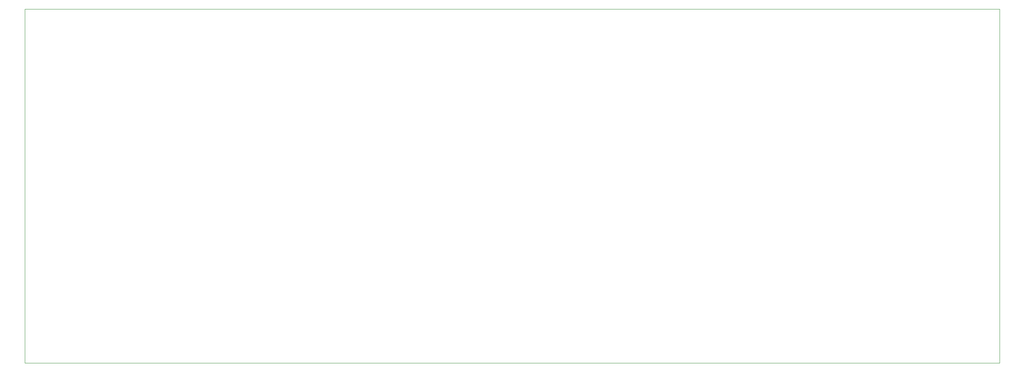
<source format=gbr>
%TF.GenerationSoftware,KiCad,Pcbnew,7.0.7*%
%TF.CreationDate,2025-01-28T13:25:58-05:00*%
%TF.ProjectId,s100 power,73313030-2070-46f7-9765-722e6b696361,rev?*%
%TF.SameCoordinates,Original*%
%TF.FileFunction,Profile,NP*%
%FSLAX46Y46*%
G04 Gerber Fmt 4.6, Leading zero omitted, Abs format (unit mm)*
G04 Created by KiCad (PCBNEW 7.0.7) date 2025-01-28 13:25:58*
%MOMM*%
%LPD*%
G01*
G04 APERTURE LIST*
%TA.AperFunction,Profile*%
%ADD10C,0.100000*%
%TD*%
G04 APERTURE END LIST*
D10*
X29841600Y-62660461D02*
X239391600Y-62660461D01*
X239391600Y-138860461D01*
X29841600Y-138860461D01*
X29841600Y-62660461D01*
M02*

</source>
